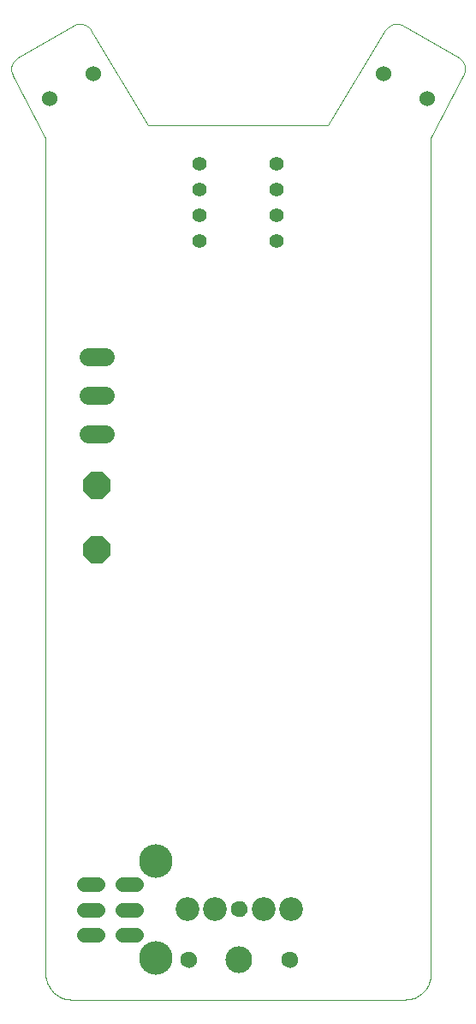
<source format=gbs>
G75*
%MOIN*%
%OFA0B0*%
%FSLAX24Y24*%
%IPPOS*%
%LPD*%
%AMOC8*
5,1,8,0,0,1.08239X$1,22.5*
%
%ADD10C,0.0000*%
%ADD11C,0.0560*%
%ADD12C,0.1040*%
%ADD13C,0.0926*%
%ADD14C,0.0631*%
%ADD15C,0.0600*%
%ADD16C,0.0555*%
%ADD17C,0.1306*%
%ADD18OC8,0.1040*%
%ADD19C,0.0700*%
D10*
X005983Y001995D02*
X005983Y034495D01*
X004718Y036919D01*
X004698Y036958D01*
X004681Y036998D01*
X004668Y037040D01*
X004659Y037082D01*
X004653Y037125D01*
X004651Y037169D01*
X004653Y037213D01*
X004659Y037256D01*
X004668Y037298D01*
X004681Y037340D01*
X004698Y037380D01*
X004718Y037419D01*
X004741Y037456D01*
X004768Y037490D01*
X004797Y037523D01*
X004830Y037552D01*
X004864Y037579D01*
X004901Y037602D01*
X007066Y038852D01*
X007105Y038872D01*
X007145Y038889D01*
X007187Y038902D01*
X007229Y038911D01*
X007272Y038917D01*
X007316Y038919D01*
X007360Y038917D01*
X007403Y038911D01*
X007445Y038902D01*
X007487Y038889D01*
X007527Y038872D01*
X007566Y038852D01*
X007603Y038829D01*
X007637Y038802D01*
X007670Y038773D01*
X007699Y038740D01*
X007726Y038706D01*
X007749Y038669D01*
X009983Y034995D01*
X016983Y034995D01*
X019218Y038669D01*
X019241Y038706D01*
X019268Y038740D01*
X019297Y038773D01*
X019330Y038802D01*
X019364Y038829D01*
X019401Y038852D01*
X019440Y038872D01*
X019480Y038889D01*
X019522Y038902D01*
X019564Y038911D01*
X019607Y038917D01*
X019651Y038919D01*
X019695Y038917D01*
X019738Y038911D01*
X019780Y038902D01*
X019822Y038889D01*
X019862Y038872D01*
X019901Y038852D01*
X022066Y037602D01*
X022103Y037579D01*
X022137Y037552D01*
X022170Y037523D01*
X022199Y037490D01*
X022226Y037456D01*
X022249Y037419D01*
X022269Y037380D01*
X022286Y037340D01*
X022299Y037298D01*
X022308Y037256D01*
X022314Y037213D01*
X022316Y037169D01*
X022314Y037125D01*
X022308Y037082D01*
X022299Y037040D01*
X022286Y036998D01*
X022269Y036958D01*
X022249Y036919D01*
X020983Y034495D01*
X020983Y001995D01*
X020981Y001935D01*
X020976Y001874D01*
X020967Y001815D01*
X020954Y001756D01*
X020938Y001697D01*
X020918Y001640D01*
X020895Y001585D01*
X020868Y001530D01*
X020839Y001478D01*
X020806Y001427D01*
X020770Y001378D01*
X020732Y001332D01*
X020690Y001288D01*
X020646Y001246D01*
X020600Y001208D01*
X020551Y001172D01*
X020500Y001139D01*
X020448Y001110D01*
X020393Y001083D01*
X020338Y001060D01*
X020281Y001040D01*
X020222Y001024D01*
X020163Y001011D01*
X020104Y001002D01*
X020043Y000997D01*
X019983Y000995D01*
X006983Y000995D01*
X006923Y000997D01*
X006862Y001002D01*
X006803Y001011D01*
X006744Y001024D01*
X006685Y001040D01*
X006628Y001060D01*
X006573Y001083D01*
X006518Y001110D01*
X006466Y001139D01*
X006415Y001172D01*
X006366Y001208D01*
X006320Y001246D01*
X006276Y001288D01*
X006234Y001332D01*
X006196Y001378D01*
X006160Y001427D01*
X006127Y001478D01*
X006098Y001530D01*
X006071Y001585D01*
X006048Y001640D01*
X006028Y001697D01*
X006012Y001756D01*
X005999Y001815D01*
X005990Y001874D01*
X005985Y001935D01*
X005983Y001995D01*
X011259Y002558D02*
X011261Y002592D01*
X011267Y002626D01*
X011277Y002659D01*
X011290Y002690D01*
X011308Y002720D01*
X011328Y002748D01*
X011352Y002773D01*
X011378Y002795D01*
X011406Y002813D01*
X011437Y002829D01*
X011469Y002841D01*
X011503Y002849D01*
X011537Y002853D01*
X011571Y002853D01*
X011605Y002849D01*
X011639Y002841D01*
X011671Y002829D01*
X011701Y002813D01*
X011730Y002795D01*
X011756Y002773D01*
X011780Y002748D01*
X011800Y002720D01*
X011818Y002690D01*
X011831Y002659D01*
X011841Y002626D01*
X011847Y002592D01*
X011849Y002558D01*
X011847Y002524D01*
X011841Y002490D01*
X011831Y002457D01*
X011818Y002426D01*
X011800Y002396D01*
X011780Y002368D01*
X011756Y002343D01*
X011730Y002321D01*
X011702Y002303D01*
X011671Y002287D01*
X011639Y002275D01*
X011605Y002267D01*
X011571Y002263D01*
X011537Y002263D01*
X011503Y002267D01*
X011469Y002275D01*
X011437Y002287D01*
X011406Y002303D01*
X011378Y002321D01*
X011352Y002343D01*
X011328Y002368D01*
X011308Y002396D01*
X011290Y002426D01*
X011277Y002457D01*
X011267Y002490D01*
X011261Y002524D01*
X011259Y002558D01*
X013228Y004527D02*
X013230Y004561D01*
X013236Y004595D01*
X013246Y004628D01*
X013259Y004659D01*
X013277Y004689D01*
X013297Y004717D01*
X013321Y004742D01*
X013347Y004764D01*
X013375Y004782D01*
X013406Y004798D01*
X013438Y004810D01*
X013472Y004818D01*
X013506Y004822D01*
X013540Y004822D01*
X013574Y004818D01*
X013608Y004810D01*
X013640Y004798D01*
X013670Y004782D01*
X013699Y004764D01*
X013725Y004742D01*
X013749Y004717D01*
X013769Y004689D01*
X013787Y004659D01*
X013800Y004628D01*
X013810Y004595D01*
X013816Y004561D01*
X013818Y004527D01*
X013816Y004493D01*
X013810Y004459D01*
X013800Y004426D01*
X013787Y004395D01*
X013769Y004365D01*
X013749Y004337D01*
X013725Y004312D01*
X013699Y004290D01*
X013671Y004272D01*
X013640Y004256D01*
X013608Y004244D01*
X013574Y004236D01*
X013540Y004232D01*
X013506Y004232D01*
X013472Y004236D01*
X013438Y004244D01*
X013406Y004256D01*
X013375Y004272D01*
X013347Y004290D01*
X013321Y004312D01*
X013297Y004337D01*
X013277Y004365D01*
X013259Y004395D01*
X013246Y004426D01*
X013236Y004459D01*
X013230Y004493D01*
X013228Y004527D01*
X015196Y002558D02*
X015198Y002592D01*
X015204Y002626D01*
X015214Y002659D01*
X015227Y002690D01*
X015245Y002720D01*
X015265Y002748D01*
X015289Y002773D01*
X015315Y002795D01*
X015343Y002813D01*
X015374Y002829D01*
X015406Y002841D01*
X015440Y002849D01*
X015474Y002853D01*
X015508Y002853D01*
X015542Y002849D01*
X015576Y002841D01*
X015608Y002829D01*
X015638Y002813D01*
X015667Y002795D01*
X015693Y002773D01*
X015717Y002748D01*
X015737Y002720D01*
X015755Y002690D01*
X015768Y002659D01*
X015778Y002626D01*
X015784Y002592D01*
X015786Y002558D01*
X015784Y002524D01*
X015778Y002490D01*
X015768Y002457D01*
X015755Y002426D01*
X015737Y002396D01*
X015717Y002368D01*
X015693Y002343D01*
X015667Y002321D01*
X015639Y002303D01*
X015608Y002287D01*
X015576Y002275D01*
X015542Y002267D01*
X015508Y002263D01*
X015474Y002263D01*
X015440Y002267D01*
X015406Y002275D01*
X015374Y002287D01*
X015343Y002303D01*
X015315Y002321D01*
X015289Y002343D01*
X015265Y002368D01*
X015245Y002396D01*
X015227Y002426D01*
X015214Y002457D01*
X015204Y002490D01*
X015198Y002524D01*
X015196Y002558D01*
D11*
X014983Y030495D03*
X014983Y031495D03*
X014983Y032495D03*
X014983Y033495D03*
X011983Y033495D03*
X011983Y032495D03*
X011983Y031495D03*
X011983Y030495D03*
D12*
X013523Y002558D03*
D13*
X014468Y004527D03*
X015531Y004527D03*
X012578Y004527D03*
X011515Y004527D03*
D14*
X011554Y002558D03*
X013523Y004527D03*
X015491Y002558D03*
D15*
X020836Y036003D03*
X019131Y036987D03*
X007836Y036987D03*
X006131Y036003D03*
D16*
X007484Y005480D02*
X007999Y005480D01*
X007999Y004495D02*
X007484Y004495D01*
X007484Y003511D02*
X007999Y003511D01*
X008983Y003511D02*
X009498Y003511D01*
X009498Y004495D02*
X008983Y004495D01*
X008983Y005480D02*
X009498Y005480D01*
D17*
X010282Y006365D03*
X010282Y002625D03*
D18*
X007983Y018495D03*
X007983Y020995D03*
D19*
X007653Y022995D02*
X008313Y022995D01*
X008313Y024495D02*
X007653Y024495D01*
X007653Y025995D02*
X008313Y025995D01*
M02*

</source>
